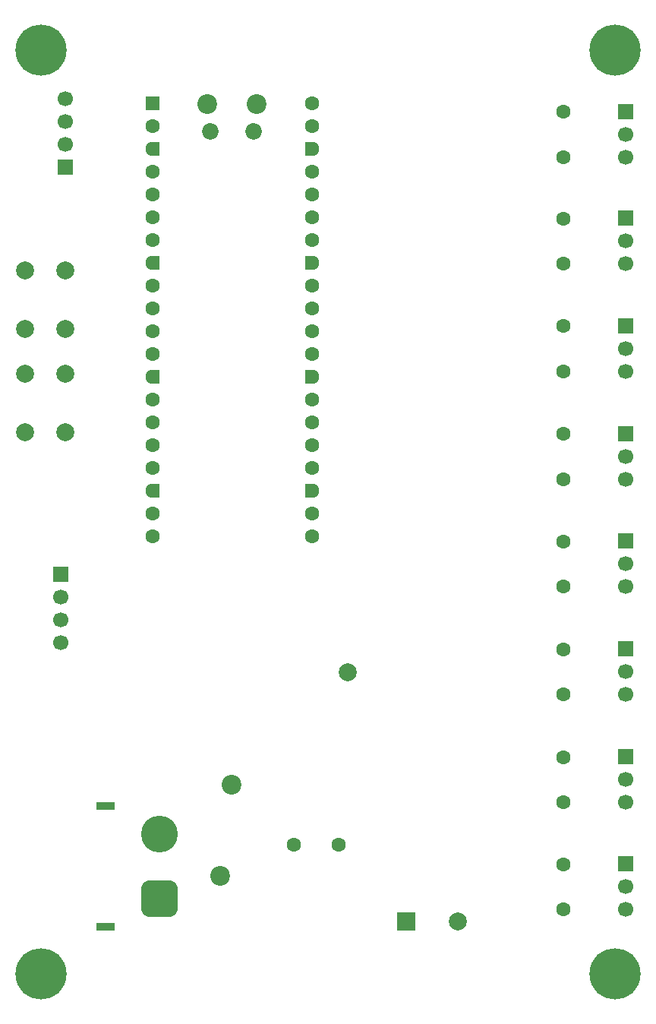
<source format=gbr>
%TF.GenerationSoftware,KiCad,Pcbnew,9.0.4*%
%TF.CreationDate,2025-11-02T13:51:21+01:00*%
%TF.ProjectId,controller,636f6e74-726f-46c6-9c65-722e6b696361,rev?*%
%TF.SameCoordinates,Original*%
%TF.FileFunction,Soldermask,Bot*%
%TF.FilePolarity,Negative*%
%FSLAX46Y46*%
G04 Gerber Fmt 4.6, Leading zero omitted, Abs format (unit mm)*
G04 Created by KiCad (PCBNEW 9.0.4) date 2025-11-02 13:51:21*
%MOMM*%
%LPD*%
G01*
G04 APERTURE LIST*
G04 Aperture macros list*
%AMRoundRect*
0 Rectangle with rounded corners*
0 $1 Rounding radius*
0 $2 $3 $4 $5 $6 $7 $8 $9 X,Y pos of 4 corners*
0 Add a 4 corners polygon primitive as box body*
4,1,4,$2,$3,$4,$5,$6,$7,$8,$9,$2,$3,0*
0 Add four circle primitives for the rounded corners*
1,1,$1+$1,$2,$3*
1,1,$1+$1,$4,$5*
1,1,$1+$1,$6,$7*
1,1,$1+$1,$8,$9*
0 Add four rect primitives between the rounded corners*
20,1,$1+$1,$2,$3,$4,$5,0*
20,1,$1+$1,$4,$5,$6,$7,0*
20,1,$1+$1,$6,$7,$8,$9,0*
20,1,$1+$1,$8,$9,$2,$3,0*%
%AMFreePoly0*
4,1,37,0.603843,0.796157,0.639018,0.796157,0.711114,0.766294,0.766294,0.711114,0.796157,0.639018,0.796157,0.603843,0.800000,0.600000,0.800000,-0.600000,0.796157,-0.603843,0.796157,-0.639018,0.766294,-0.711114,0.711114,-0.766294,0.639018,-0.796157,0.603843,-0.796157,0.600000,-0.800000,0.000000,-0.800000,0.000000,-0.796148,-0.078414,-0.796148,-0.232228,-0.765552,-0.377117,-0.705537,
-0.507515,-0.618408,-0.618408,-0.507515,-0.705537,-0.377117,-0.765552,-0.232228,-0.796148,-0.078414,-0.796148,0.078414,-0.765552,0.232228,-0.705537,0.377117,-0.618408,0.507515,-0.507515,0.618408,-0.377117,0.705537,-0.232228,0.765552,-0.078414,0.796148,0.000000,0.796148,0.000000,0.800000,0.600000,0.800000,0.603843,0.796157,0.603843,0.796157,$1*%
%AMFreePoly1*
4,1,37,0.000000,0.796148,0.078414,0.796148,0.232228,0.765552,0.377117,0.705537,0.507515,0.618408,0.618408,0.507515,0.705537,0.377117,0.765552,0.232228,0.796148,0.078414,0.796148,-0.078414,0.765552,-0.232228,0.705537,-0.377117,0.618408,-0.507515,0.507515,-0.618408,0.377117,-0.705537,0.232228,-0.765552,0.078414,-0.796148,0.000000,-0.796148,0.000000,-0.800000,-0.600000,-0.800000,
-0.603843,-0.796157,-0.639018,-0.796157,-0.711114,-0.766294,-0.766294,-0.711114,-0.796157,-0.639018,-0.796157,-0.603843,-0.800000,-0.600000,-0.800000,0.600000,-0.796157,0.603843,-0.796157,0.639018,-0.766294,0.711114,-0.711114,0.766294,-0.639018,0.796157,-0.603843,0.796157,-0.600000,0.800000,0.000000,0.800000,0.000000,0.796148,0.000000,0.796148,$1*%
G04 Aperture macros list end*
%ADD10C,5.700000*%
%ADD11C,3.600000*%
%ADD12C,2.200000*%
%ADD13C,1.850000*%
%ADD14RoundRect,0.200000X-0.600000X-0.600000X0.600000X-0.600000X0.600000X0.600000X-0.600000X0.600000X0*%
%ADD15C,1.600000*%
%ADD16FreePoly0,0.000000*%
%ADD17FreePoly1,0.000000*%
%ADD18C,2.000000*%
%ADD19R,1.700000X1.700000*%
%ADD20C,1.700000*%
%ADD21R,2.000000X2.000000*%
%ADD22R,2.000000X0.900000*%
%ADD23RoundRect,1.025000X1.025000X-1.025000X1.025000X1.025000X-1.025000X1.025000X-1.025000X-1.025000X0*%
%ADD24C,4.100000*%
G04 APERTURE END LIST*
D10*
%TO.C,H1*%
X102800000Y-135400000D03*
D11*
X102800000Y-135400000D03*
%TD*%
D10*
%TO.C,H4*%
X102800000Y-32400000D03*
D11*
X102800000Y-32400000D03*
%TD*%
%TO.C,H3*%
X38800000Y-32400000D03*
D10*
X38800000Y-32400000D03*
%TD*%
D11*
%TO.C,H2*%
X38800000Y-135400000D03*
D10*
X38800000Y-135400000D03*
%TD*%
D12*
%TO.C,F1*%
X60000000Y-114300000D03*
X58800000Y-124500000D03*
%TD*%
%TO.C,A1*%
X57350000Y-38470000D03*
D13*
X57650000Y-41500000D03*
X62500000Y-41500000D03*
D12*
X62800000Y-38470000D03*
D14*
X51185000Y-38340000D03*
D15*
X51185000Y-40880000D03*
D16*
X51185000Y-43420000D03*
D15*
X51185000Y-45960000D03*
X51185000Y-48500000D03*
X51185000Y-51040000D03*
X51185000Y-53580000D03*
D16*
X51185000Y-56120000D03*
D15*
X51185000Y-58660000D03*
X51185000Y-61200000D03*
X51185000Y-63740000D03*
X51185000Y-66280000D03*
D16*
X51185000Y-68820000D03*
D15*
X51185000Y-71360000D03*
X51185000Y-73900000D03*
X51185000Y-76440000D03*
X51185000Y-78980000D03*
D16*
X51185000Y-81520000D03*
D15*
X51185000Y-84060000D03*
X51185000Y-86600000D03*
X68965000Y-86600000D03*
X68965000Y-84060000D03*
D17*
X68965000Y-81520000D03*
D15*
X68965000Y-78980000D03*
X68965000Y-76440000D03*
X68965000Y-73900000D03*
X68965000Y-71360000D03*
D17*
X68965000Y-68820000D03*
D15*
X68965000Y-66280000D03*
X68965000Y-63740000D03*
X68965000Y-61200000D03*
X68965000Y-58660000D03*
D17*
X68965000Y-56120000D03*
D15*
X68965000Y-53580000D03*
X68965000Y-51040000D03*
X68965000Y-48500000D03*
X68965000Y-45960000D03*
D17*
X68965000Y-43420000D03*
D15*
X68965000Y-40880000D03*
X68965000Y-38340000D03*
%TD*%
D18*
%TO.C,SW1*%
X37000000Y-75000000D03*
X37000000Y-68500000D03*
X41500000Y-75000000D03*
X41500000Y-68500000D03*
%TD*%
D19*
%TO.C,J3*%
X104000000Y-63120000D03*
D20*
X104000000Y-65660000D03*
X104000000Y-68200000D03*
%TD*%
D19*
%TO.C,J13*%
X104000000Y-39245000D03*
D20*
X104000000Y-41785000D03*
X104000000Y-44325000D03*
%TD*%
D19*
%TO.C,J7*%
X104000000Y-111140000D03*
D20*
X104000000Y-113680000D03*
X104000000Y-116220000D03*
%TD*%
D21*
%TO.C,TP1*%
X79500000Y-129500000D03*
%TD*%
D18*
%TO.C,TP3*%
X85250000Y-129500000D03*
%TD*%
D19*
%TO.C,J12*%
X41500000Y-45500000D03*
D20*
X41500000Y-42960000D03*
X41500000Y-40420000D03*
X41500000Y-37880000D03*
%TD*%
D22*
%TO.C,J1*%
X46000000Y-130150000D03*
X46000000Y-116650000D03*
D23*
X52000000Y-127000000D03*
D24*
X52000000Y-119800000D03*
%TD*%
D19*
%TO.C,J10*%
X41000000Y-90880000D03*
D20*
X41000000Y-93420000D03*
X41000000Y-95960000D03*
X41000000Y-98500000D03*
%TD*%
D19*
%TO.C,J8*%
X104000000Y-123140000D03*
D20*
X104000000Y-125680000D03*
X104000000Y-128220000D03*
%TD*%
D19*
%TO.C,J5*%
X104000000Y-87140000D03*
D20*
X104000000Y-89680000D03*
X104000000Y-92220000D03*
%TD*%
D18*
%TO.C,SW2*%
X37000000Y-63500000D03*
X37000000Y-57000000D03*
X41500000Y-63500000D03*
X41500000Y-57000000D03*
%TD*%
D19*
%TO.C,J4*%
X104000000Y-75140000D03*
D20*
X104000000Y-77680000D03*
X104000000Y-80220000D03*
%TD*%
D19*
%TO.C,J2*%
X104000000Y-51120000D03*
D20*
X104000000Y-53660000D03*
X104000000Y-56200000D03*
%TD*%
D18*
%TO.C,TP2*%
X73000000Y-101750000D03*
%TD*%
D19*
%TO.C,J6*%
X104000000Y-99140000D03*
D20*
X104000000Y-101680000D03*
X104000000Y-104220000D03*
%TD*%
D15*
%TO.C,C6*%
X97000000Y-80220000D03*
X97000000Y-75220000D03*
%TD*%
%TO.C,C14*%
X97000000Y-128220000D03*
X97000000Y-123220000D03*
%TD*%
%TO.C,C10*%
X97000000Y-104220000D03*
X97000000Y-99220000D03*
%TD*%
%TO.C,C2*%
X97000000Y-56200000D03*
X97000000Y-51200000D03*
%TD*%
%TO.C,C32*%
X97000000Y-44325000D03*
X97000000Y-39325000D03*
%TD*%
%TO.C,C4*%
X97000000Y-68200000D03*
X97000000Y-63200000D03*
%TD*%
%TO.C,C25*%
X67000000Y-121000000D03*
X72000000Y-121000000D03*
%TD*%
%TO.C,C8*%
X97000000Y-92220000D03*
X97000000Y-87220000D03*
%TD*%
%TO.C,C12*%
X97000000Y-116220000D03*
X97000000Y-111220000D03*
%TD*%
M02*

</source>
